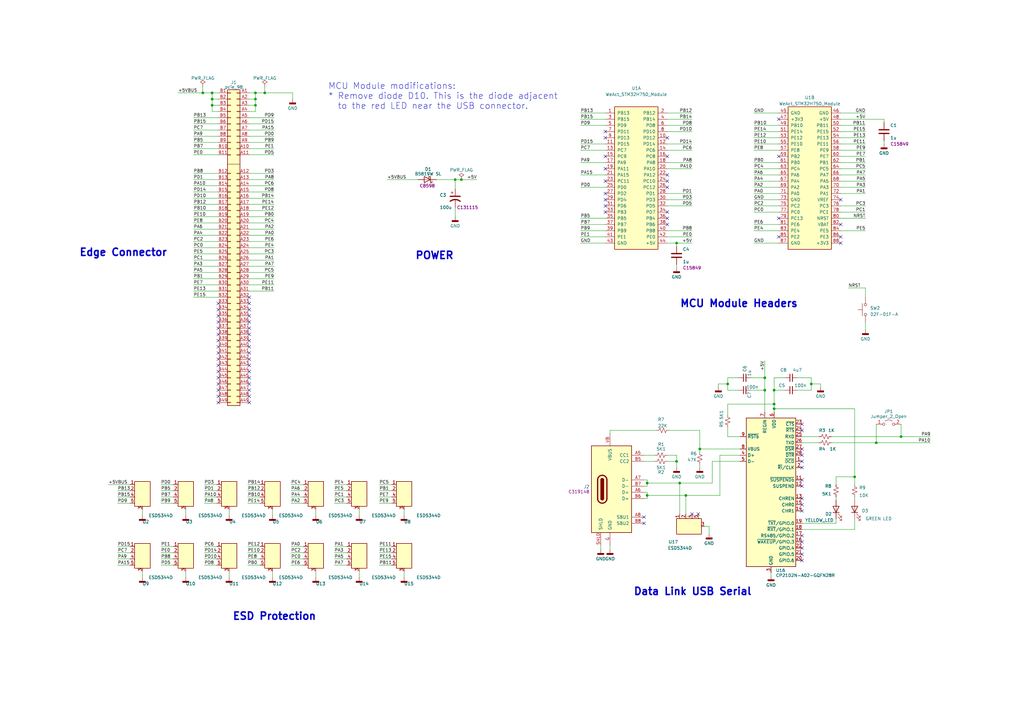
<source format=kicad_sch>
(kicad_sch (version 20230121) (generator eeschema)
  (paper "A3")
  (junction (at 104.775 43.18))
  (junction (at 265.43 203.2))
  (junction (at 298.45 157.48))
  (junction (at 265.43 198.12))
  (junction (at 332.74 157.48))
  (junction (at 108.585 38.1))
  (junction (at 350.52 195.58))
  (junction (at 313.69 154.94))
  (junction (at 317.5 160.02))
  (junction (at 186.69 73.66))
  (junction (at 313.69 160.02))
  (junction (at 278.765 198.12))
  (junction (at 369.57 179.07))
  (junction (at 104.775 38.1))
  (junction (at 287.02 184.15))
  (junction (at 86.995 38.1))
  (junction (at 83.185 38.1))
  (junction (at 277.495 189.23))
  (junction (at 104.775 40.64))
  (junction (at 277.495 99.695))
  (junction (at 359.41 181.61))
  (junction (at 189.23 73.66))
  (junction (at 86.995 43.18))
  (junction (at 317.5 165.735))
  (junction (at 281.305 203.2))
  (junction (at 86.995 40.64))
  (junction (at 317.5 167.64))
  (no_connect (at 89.535 160.02))
  (no_connect (at 89.535 152.4))
  (no_connect (at 328.93 222.25))
  (no_connect (at 273.685 71.755))
  (no_connect (at 283.845 210.82))
  (no_connect (at 344.805 81.915))
  (no_connect (at 102.235 162.56))
  (no_connect (at 89.535 144.78))
  (no_connect (at 102.235 139.7))
  (no_connect (at 89.535 132.08))
  (no_connect (at 248.285 86.995))
  (no_connect (at 102.235 149.86))
  (no_connect (at 344.805 99.695))
  (no_connect (at 328.93 196.85))
  (no_connect (at 89.535 149.86))
  (no_connect (at 328.93 191.77))
  (no_connect (at 344.805 97.155))
  (no_connect (at 248.285 56.515))
  (no_connect (at 248.285 69.215))
  (no_connect (at 89.535 137.16))
  (no_connect (at 273.685 92.075))
  (no_connect (at 248.285 64.135))
  (no_connect (at 319.405 89.535))
  (no_connect (at 328.93 224.79))
  (no_connect (at 328.93 184.15))
  (no_connect (at 102.235 142.24))
  (no_connect (at 89.535 162.56))
  (no_connect (at 89.535 142.24))
  (no_connect (at 89.535 147.32))
  (no_connect (at 102.235 134.62))
  (no_connect (at 89.535 129.54))
  (no_connect (at 89.535 124.46))
  (no_connect (at 102.235 147.32))
  (no_connect (at 319.405 48.895))
  (no_connect (at 273.685 76.835))
  (no_connect (at 102.235 157.48))
  (no_connect (at 248.285 74.295))
  (no_connect (at 102.235 137.16))
  (no_connect (at 286.385 210.82))
  (no_connect (at 328.93 209.55))
  (no_connect (at 328.93 186.69))
  (no_connect (at 89.535 157.48))
  (no_connect (at 102.235 121.92))
  (no_connect (at 102.235 165.1))
  (no_connect (at 248.285 81.915))
  (no_connect (at 102.235 124.46))
  (no_connect (at 264.16 214.63))
  (no_connect (at 328.93 207.01))
  (no_connect (at 328.93 173.99))
  (no_connect (at 102.235 127))
  (no_connect (at 328.93 204.47))
  (no_connect (at 328.93 219.71))
  (no_connect (at 102.235 154.94))
  (no_connect (at 248.285 79.375))
  (no_connect (at 319.405 64.135))
  (no_connect (at 328.93 176.53))
  (no_connect (at 328.93 199.39))
  (no_connect (at 273.685 86.995))
  (no_connect (at 328.93 227.33))
  (no_connect (at 328.93 229.87))
  (no_connect (at 102.235 132.08))
  (no_connect (at 102.235 152.4))
  (no_connect (at 273.685 74.295))
  (no_connect (at 273.685 64.135))
  (no_connect (at 102.235 144.78))
  (no_connect (at 89.535 139.7))
  (no_connect (at 264.16 212.09))
  (no_connect (at 344.805 92.075))
  (no_connect (at 273.685 89.535))
  (no_connect (at 102.235 160.02))
  (no_connect (at 319.405 97.155))
  (no_connect (at 89.535 154.94))
  (no_connect (at 248.285 53.975))
  (no_connect (at 89.535 134.62))
  (no_connect (at 248.285 84.455))
  (no_connect (at 328.93 189.23))
  (no_connect (at 89.535 127))
  (no_connect (at 89.535 165.1))
  (no_connect (at 273.685 56.515))
  (no_connect (at 102.235 129.54))
  (wire (pts (xy 102.235 88.9) (xy 112.395 88.9)))
  (wire (pts (xy 319.405 99.695) (xy 309.245 99.695)))
  (wire (pts (xy 319.405 53.975) (xy 309.245 53.975)))
  (wire (pts (xy 102.235 114.3) (xy 112.395 114.3)))
  (wire (pts (xy 274.32 176.53) (xy 287.02 176.53)))
  (wire (pts (xy 101.6 203.835) (xy 106.68 203.835)))
  (wire (pts (xy 66.04 201.295) (xy 71.12 201.295)))
  (wire (pts (xy 264.16 204.47) (xy 265.43 204.47)))
  (wire (pts (xy 248.285 51.435) (xy 238.125 51.435)))
  (wire (pts (xy 102.235 50.8) (xy 112.395 50.8)))
  (wire (pts (xy 250.19 176.53) (xy 250.19 177.8)))
  (wire (pts (xy 344.805 79.375) (xy 354.965 79.375)))
  (wire (pts (xy 347.98 118.11) (xy 354.965 118.11)))
  (wire (pts (xy 86.995 43.18) (xy 89.535 43.18)))
  (wire (pts (xy 328.93 217.17) (xy 350.52 217.17)))
  (wire (pts (xy 48.26 229.235) (xy 53.34 229.235)))
  (wire (pts (xy 317.5 165.735) (xy 317.5 167.64)))
  (wire (pts (xy 354.965 132.08) (xy 354.965 135.255)))
  (wire (pts (xy 79.375 73.66) (xy 89.535 73.66)))
  (wire (pts (xy 302.895 154.94) (xy 298.45 154.94)))
  (wire (pts (xy 155.575 229.235) (xy 160.655 229.235)))
  (wire (pts (xy 278.765 198.12) (xy 292.1 198.12)))
  (wire (pts (xy 155.575 224.155) (xy 160.655 224.155)))
  (wire (pts (xy 137.16 231.775) (xy 142.24 231.775)))
  (wire (pts (xy 344.805 84.455) (xy 354.965 84.455)))
  (wire (pts (xy 101.6 231.775) (xy 106.68 231.775)))
  (wire (pts (xy 79.375 106.68) (xy 89.535 106.68)))
  (wire (pts (xy 104.775 38.1) (xy 108.585 38.1)))
  (wire (pts (xy 79.375 86.36) (xy 89.535 86.36)))
  (wire (pts (xy 102.235 104.14) (xy 112.395 104.14)))
  (wire (pts (xy 344.805 61.595) (xy 354.965 61.595)))
  (wire (pts (xy 316.23 234.95) (xy 316.23 236.22)))
  (wire (pts (xy 344.805 46.355) (xy 354.965 46.355)))
  (wire (pts (xy 104.775 40.64) (xy 102.235 40.64)))
  (wire (pts (xy 369.57 173.99) (xy 369.57 179.07)))
  (wire (pts (xy 265.43 196.85) (xy 265.43 198.12)))
  (wire (pts (xy 79.375 114.3) (xy 89.535 114.3)))
  (wire (pts (xy 328.93 181.61) (xy 335.915 181.61)))
  (wire (pts (xy 102.235 55.88) (xy 112.395 55.88)))
  (wire (pts (xy 101.6 206.375) (xy 106.68 206.375)))
  (wire (pts (xy 342.9 214.63) (xy 342.9 212.725)))
  (wire (pts (xy 264.16 186.69) (xy 268.605 186.69)))
  (wire (pts (xy 332.74 154.94) (xy 332.74 157.48)))
  (wire (pts (xy 273.685 69.215) (xy 283.845 69.215)))
  (wire (pts (xy 66.04 203.835) (xy 71.12 203.835)))
  (wire (pts (xy 264.16 201.93) (xy 265.43 201.93)))
  (wire (pts (xy 76.2 234.315) (xy 76.2 236.855)))
  (wire (pts (xy 104.775 43.18) (xy 104.775 45.72)))
  (wire (pts (xy 104.775 38.1) (xy 104.775 40.64)))
  (wire (pts (xy 111.76 208.915) (xy 111.76 211.455)))
  (wire (pts (xy 83.82 231.775) (xy 88.9 231.775)))
  (wire (pts (xy 76.2 208.915) (xy 76.2 211.455)))
  (wire (pts (xy 342.9 195.58) (xy 342.9 198.755)))
  (wire (pts (xy 273.685 66.675) (xy 283.845 66.675)))
  (wire (pts (xy 248.285 99.695) (xy 238.125 99.695)))
  (wire (pts (xy 319.405 74.295) (xy 309.245 74.295)))
  (wire (pts (xy 369.57 179.07) (xy 381.635 179.07)))
  (wire (pts (xy 344.805 76.835) (xy 354.965 76.835)))
  (wire (pts (xy 278.765 198.12) (xy 278.765 210.82)))
  (wire (pts (xy 303.53 186.69) (xy 295.275 186.69)))
  (wire (pts (xy 102.235 111.76) (xy 112.395 111.76)))
  (wire (pts (xy 119.38 229.235) (xy 124.46 229.235)))
  (wire (pts (xy 137.16 229.235) (xy 142.24 229.235)))
  (wire (pts (xy 83.82 203.835) (xy 88.9 203.835)))
  (wire (pts (xy 265.43 201.93) (xy 265.43 203.2)))
  (wire (pts (xy 79.375 63.5) (xy 89.535 63.5)))
  (wire (pts (xy 137.16 206.375) (xy 142.24 206.375)))
  (wire (pts (xy 313.69 147.955) (xy 313.69 154.94)))
  (wire (pts (xy 248.285 97.155) (xy 238.125 97.155)))
  (wire (pts (xy 344.805 64.135) (xy 354.965 64.135)))
  (wire (pts (xy 93.98 234.315) (xy 93.98 236.855)))
  (wire (pts (xy 319.405 66.675) (xy 309.245 66.675)))
  (wire (pts (xy 277.495 108.585) (xy 277.495 109.855)))
  (wire (pts (xy 342.9 203.835) (xy 342.9 205.105)))
  (wire (pts (xy 250.19 223.52) (xy 250.19 225.425)))
  (wire (pts (xy 102.235 76.2) (xy 112.395 76.2)))
  (wire (pts (xy 344.805 51.435) (xy 354.965 51.435)))
  (wire (pts (xy 86.995 43.18) (xy 86.995 40.64)))
  (wire (pts (xy 129.54 208.915) (xy 129.54 211.455)))
  (wire (pts (xy 83.82 226.695) (xy 88.9 226.695)))
  (wire (pts (xy 179.07 73.66) (xy 186.69 73.66)))
  (wire (pts (xy 158.75 73.66) (xy 171.45 73.66)))
  (wire (pts (xy 248.285 46.355) (xy 238.125 46.355)))
  (wire (pts (xy 319.405 46.355) (xy 309.245 46.355)))
  (wire (pts (xy 119.38 226.695) (xy 124.46 226.695)))
  (wire (pts (xy 79.375 88.9) (xy 89.535 88.9)))
  (wire (pts (xy 359.41 181.61) (xy 381.635 181.61)))
  (wire (pts (xy 137.16 226.695) (xy 142.24 226.695)))
  (wire (pts (xy 79.375 81.28) (xy 89.535 81.28)))
  (wire (pts (xy 108.585 38.1) (xy 120.015 38.1)))
  (wire (pts (xy 119.38 203.835) (xy 124.46 203.835)))
  (wire (pts (xy 48.26 231.775) (xy 53.34 231.775)))
  (wire (pts (xy 73.025 38.1) (xy 83.185 38.1)))
  (wire (pts (xy 292.1 189.23) (xy 303.53 189.23)))
  (wire (pts (xy 189.23 73.66) (xy 195.58 73.66)))
  (wire (pts (xy 264.16 196.85) (xy 265.43 196.85)))
  (wire (pts (xy 119.38 206.375) (xy 124.46 206.375)))
  (wire (pts (xy 273.685 81.915) (xy 283.845 81.915)))
  (wire (pts (xy 102.235 93.98) (xy 112.395 93.98)))
  (wire (pts (xy 102.235 116.84) (xy 112.395 116.84)))
  (wire (pts (xy 288.925 215.9) (xy 290.83 215.9)))
  (wire (pts (xy 265.43 199.39) (xy 264.16 199.39)))
  (wire (pts (xy 344.805 74.295) (xy 354.965 74.295)))
  (wire (pts (xy 298.45 154.94) (xy 298.45 157.48)))
  (wire (pts (xy 186.69 73.66) (xy 186.69 77.47)))
  (wire (pts (xy 66.04 226.695) (xy 71.12 226.695)))
  (wire (pts (xy 102.235 78.74) (xy 112.395 78.74)))
  (wire (pts (xy 83.82 198.755) (xy 88.9 198.755)))
  (wire (pts (xy 119.38 198.755) (xy 124.46 198.755)))
  (wire (pts (xy 137.16 224.155) (xy 142.24 224.155)))
  (wire (pts (xy 186.69 73.66) (xy 189.23 73.66)))
  (wire (pts (xy 101.6 198.755) (xy 106.68 198.755)))
  (wire (pts (xy 79.375 58.42) (xy 89.535 58.42)))
  (wire (pts (xy 66.04 198.755) (xy 71.12 198.755)))
  (wire (pts (xy 265.43 203.2) (xy 281.305 203.2)))
  (wire (pts (xy 319.405 69.215) (xy 309.245 69.215)))
  (wire (pts (xy 104.775 40.64) (xy 104.775 43.18)))
  (wire (pts (xy 83.82 224.155) (xy 88.9 224.155)))
  (wire (pts (xy 248.285 48.895) (xy 238.125 48.895)))
  (wire (pts (xy 332.74 157.48) (xy 332.74 160.02)))
  (wire (pts (xy 79.375 121.92) (xy 89.535 121.92)))
  (wire (pts (xy 319.405 81.915) (xy 309.245 81.915)))
  (wire (pts (xy 165.735 234.315) (xy 165.735 236.855)))
  (wire (pts (xy 246.38 223.52) (xy 246.38 225.425)))
  (wire (pts (xy 102.235 63.5) (xy 112.395 63.5)))
  (wire (pts (xy 319.405 79.375) (xy 309.245 79.375)))
  (wire (pts (xy 344.805 86.995) (xy 354.965 86.995)))
  (wire (pts (xy 137.16 201.295) (xy 142.24 201.295)))
  (wire (pts (xy 83.82 229.235) (xy 88.9 229.235)))
  (wire (pts (xy 287.02 184.15) (xy 303.53 184.15)))
  (wire (pts (xy 350.52 217.17) (xy 350.52 212.725)))
  (wire (pts (xy 119.38 231.775) (xy 124.46 231.775)))
  (wire (pts (xy 137.16 203.835) (xy 142.24 203.835)))
  (wire (pts (xy 273.685 94.615) (xy 283.845 94.615)))
  (wire (pts (xy 248.285 66.675) (xy 238.125 66.675)))
  (wire (pts (xy 102.235 60.96) (xy 112.395 60.96)))
  (wire (pts (xy 48.26 201.295) (xy 53.34 201.295)))
  (wire (pts (xy 328.93 214.63) (xy 342.9 214.63)))
  (wire (pts (xy 336.55 158.75) (xy 336.55 157.48)))
  (wire (pts (xy 79.375 93.98) (xy 89.535 93.98)))
  (wire (pts (xy 102.235 53.34) (xy 112.395 53.34)))
  (wire (pts (xy 102.235 81.28) (xy 112.395 81.28)))
  (wire (pts (xy 102.235 91.44) (xy 112.395 91.44)))
  (wire (pts (xy 350.52 203.835) (xy 350.52 205.105)))
  (wire (pts (xy 290.83 215.9) (xy 290.83 219.075)))
  (wire (pts (xy 66.04 224.155) (xy 71.12 224.155)))
  (wire (pts (xy 102.235 119.38) (xy 112.395 119.38)))
  (wire (pts (xy 287.02 184.15) (xy 287.02 185.42)))
  (wire (pts (xy 265.43 203.2) (xy 265.43 204.47)))
  (wire (pts (xy 79.375 109.22) (xy 89.535 109.22)))
  (wire (pts (xy 48.26 226.695) (xy 53.34 226.695)))
  (wire (pts (xy 298.45 165.735) (xy 317.5 165.735)))
  (wire (pts (xy 292.1 198.12) (xy 292.1 189.23)))
  (wire (pts (xy 147.32 234.315) (xy 147.32 236.855)))
  (wire (pts (xy 328.93 179.07) (xy 335.915 179.07)))
  (wire (pts (xy 313.69 168.91) (xy 313.69 160.02)))
  (wire (pts (xy 58.42 208.915) (xy 58.42 211.455)))
  (wire (pts (xy 155.575 201.295) (xy 160.655 201.295)))
  (wire (pts (xy 344.805 69.215) (xy 354.965 69.215)))
  (wire (pts (xy 44.45 198.755) (xy 53.34 198.755)))
  (wire (pts (xy 79.375 53.34) (xy 89.535 53.34)))
  (wire (pts (xy 102.235 38.1) (xy 104.775 38.1)))
  (wire (pts (xy 350.52 167.64) (xy 350.52 195.58)))
  (wire (pts (xy 281.305 203.2) (xy 281.305 210.82)))
  (wire (pts (xy 317.5 160.02) (xy 321.945 160.02)))
  (wire (pts (xy 298.45 160.02) (xy 302.895 160.02)))
  (wire (pts (xy 340.995 181.61) (xy 359.41 181.61)))
  (wire (pts (xy 104.775 43.18) (xy 102.235 43.18)))
  (wire (pts (xy 287.02 190.5) (xy 287.02 191.77)))
  (wire (pts (xy 319.405 84.455) (xy 309.245 84.455)))
  (wire (pts (xy 336.55 157.48) (xy 332.74 157.48)))
  (wire (pts (xy 186.69 85.09) (xy 186.69 88.9)))
  (wire (pts (xy 58.42 234.315) (xy 58.42 236.855)))
  (wire (pts (xy 273.685 186.69) (xy 277.495 186.69)))
  (wire (pts (xy 108.585 35.56) (xy 108.585 38.1)))
  (wire (pts (xy 129.54 234.315) (xy 129.54 236.855)))
  (wire (pts (xy 273.685 79.375) (xy 283.845 79.375)))
  (wire (pts (xy 277.495 189.23) (xy 277.495 191.77)))
  (wire (pts (xy 287.02 176.53) (xy 287.02 184.15)))
  (wire (pts (xy 319.405 56.515) (xy 309.245 56.515)))
  (wire (pts (xy 101.6 201.295) (xy 106.68 201.295)))
  (wire (pts (xy 273.685 53.975) (xy 283.845 53.975)))
  (wire (pts (xy 273.685 84.455) (xy 283.845 84.455)))
  (wire (pts (xy 104.775 45.72) (xy 102.235 45.72)))
  (wire (pts (xy 101.6 224.155) (xy 106.68 224.155)))
  (wire (pts (xy 102.235 106.68) (xy 112.395 106.68)))
  (wire (pts (xy 269.24 176.53) (xy 250.19 176.53)))
  (wire (pts (xy 340.995 179.07) (xy 369.57 179.07)))
  (wire (pts (xy 277.495 99.695) (xy 277.495 100.965)))
  (wire (pts (xy 102.235 71.12) (xy 112.395 71.12)))
  (wire (pts (xy 48.26 206.375) (xy 53.34 206.375)))
  (wire (pts (xy 83.82 206.375) (xy 88.9 206.375)))
  (wire (pts (xy 102.235 48.26) (xy 112.395 48.26)))
  (wire (pts (xy 79.375 96.52) (xy 89.535 96.52)))
  (wire (pts (xy 281.305 203.2) (xy 295.275 203.2)))
  (wire (pts (xy 273.685 59.055) (xy 283.845 59.055)))
  (wire (pts (xy 317.5 167.64) (xy 350.52 167.64)))
  (wire (pts (xy 102.235 109.22) (xy 112.395 109.22)))
  (wire (pts (xy 362.585 48.895) (xy 362.585 50.165)))
  (wire (pts (xy 119.38 224.155) (xy 124.46 224.155)))
  (wire (pts (xy 66.04 229.235) (xy 71.12 229.235)))
  (wire (pts (xy 101.6 229.235) (xy 106.68 229.235)))
  (wire (pts (xy 327.025 160.02) (xy 332.74 160.02)))
  (wire (pts (xy 102.235 86.36) (xy 112.395 86.36)))
  (wire (pts (xy 102.235 99.06) (xy 112.395 99.06)))
  (wire (pts (xy 93.98 208.915) (xy 93.98 211.455)))
  (wire (pts (xy 248.285 61.595) (xy 238.125 61.595)))
  (wire (pts (xy 273.685 51.435) (xy 283.845 51.435)))
  (wire (pts (xy 344.805 66.675) (xy 354.965 66.675)))
  (wire (pts (xy 83.82 201.295) (xy 88.9 201.295)))
  (wire (pts (xy 319.405 59.055) (xy 309.245 59.055)))
  (wire (pts (xy 83.185 35.56) (xy 83.185 38.1)))
  (wire (pts (xy 66.04 206.375) (xy 71.12 206.375)))
  (wire (pts (xy 79.375 91.44) (xy 89.535 91.44)))
  (wire (pts (xy 79.375 119.38) (xy 89.535 119.38)))
  (wire (pts (xy 344.805 94.615) (xy 354.965 94.615)))
  (wire (pts (xy 313.69 160.02) (xy 313.69 154.94)))
  (wire (pts (xy 79.375 76.2) (xy 89.535 76.2)))
  (wire (pts (xy 248.285 76.835) (xy 238.125 76.835)))
  (wire (pts (xy 101.6 226.695) (xy 106.68 226.695)))
  (wire (pts (xy 319.405 92.075) (xy 309.245 92.075)))
  (wire (pts (xy 79.375 111.76) (xy 89.535 111.76)))
  (wire (pts (xy 344.805 89.535) (xy 354.965 89.535)))
  (wire (pts (xy 277.495 186.69) (xy 277.495 189.23)))
  (wire (pts (xy 248.285 94.615) (xy 238.125 94.615)))
  (wire (pts (xy 79.375 101.6) (xy 89.535 101.6)))
  (wire (pts (xy 307.975 160.02) (xy 313.69 160.02)))
  (wire (pts (xy 319.405 86.995) (xy 309.245 86.995)))
  (wire (pts (xy 344.805 56.515) (xy 354.965 56.515)))
  (wire (pts (xy 248.285 71.755) (xy 238.125 71.755)))
  (wire (pts (xy 48.26 224.155) (xy 53.34 224.155)))
  (wire (pts (xy 317.5 167.64) (xy 317.5 168.91)))
  (wire (pts (xy 79.375 71.12) (xy 89.535 71.12)))
  (wire (pts (xy 248.285 89.535) (xy 238.125 89.535)))
  (wire (pts (xy 79.375 83.82) (xy 89.535 83.82)))
  (wire (pts (xy 79.375 99.06) (xy 89.535 99.06)))
  (wire (pts (xy 86.995 38.1) (xy 89.535 38.1)))
  (wire (pts (xy 102.235 83.82) (xy 112.395 83.82)))
  (wire (pts (xy 265.43 198.12) (xy 278.765 198.12)))
  (wire (pts (xy 79.375 78.74) (xy 89.535 78.74)))
  (wire (pts (xy 83.185 38.1) (xy 86.995 38.1)))
  (wire (pts (xy 155.575 206.375) (xy 160.655 206.375)))
  (wire (pts (xy 102.235 73.66) (xy 112.395 73.66)))
  (wire (pts (xy 342.9 195.58) (xy 350.52 195.58)))
  (wire (pts (xy 350.52 195.58) (xy 350.52 198.755)))
  (wire (pts (xy 102.235 101.6) (xy 112.395 101.6)))
  (wire (pts (xy 102.235 58.42) (xy 112.395 58.42)))
  (wire (pts (xy 273.685 99.695) (xy 277.495 99.695)))
  (wire (pts (xy 265.43 198.12) (xy 265.43 199.39)))
  (wire (pts (xy 298.45 165.735) (xy 298.45 170.18)))
  (wire (pts (xy 319.405 76.835) (xy 309.245 76.835)))
  (wire (pts (xy 317.5 160.02) (xy 317.5 165.735)))
  (wire (pts (xy 273.685 48.895) (xy 283.845 48.895)))
  (wire (pts (xy 111.76 234.315) (xy 111.76 236.855)))
  (wire (pts (xy 155.575 198.755) (xy 160.655 198.755)))
  (wire (pts (xy 273.685 97.155) (xy 283.845 97.155)))
  (wire (pts (xy 354.965 118.11) (xy 354.965 121.92)))
  (wire (pts (xy 273.685 61.595) (xy 283.845 61.595)))
  (wire (pts (xy 317.5 154.94) (xy 317.5 160.02)))
  (wire (pts (xy 120.015 38.1) (xy 120.015 40.64)))
  (wire (pts (xy 307.975 154.94) (xy 313.69 154.94)))
  (wire (pts (xy 344.805 53.975) (xy 354.965 53.975)))
  (wire (pts (xy 359.41 173.99) (xy 359.41 181.61)))
  (wire (pts (xy 298.45 179.07) (xy 303.53 179.07)))
  (wire (pts (xy 155.575 203.835) (xy 160.655 203.835)))
  (wire (pts (xy 327.025 154.94) (xy 332.74 154.94)))
  (wire (pts (xy 319.405 51.435) (xy 309.245 51.435)))
  (wire (pts (xy 294.64 157.48) (xy 298.45 157.48)))
  (wire (pts (xy 344.805 71.755) (xy 354.965 71.755)))
  (wire (pts (xy 155.575 231.775) (xy 160.655 231.775)))
  (wire (pts (xy 344.805 48.895) (xy 362.585 48.895)))
  (wire (pts (xy 79.375 116.84) (xy 89.535 116.84)))
  (wire (pts (xy 89.535 45.72) (xy 86.995 45.72)))
  (wire (pts (xy 79.375 50.8) (xy 89.535 50.8)))
  (wire (pts (xy 277.495 99.695) (xy 283.845 99.695)))
  (wire (pts (xy 86.995 40.64) (xy 89.535 40.64)))
  (wire (pts (xy 298.45 175.26) (xy 298.45 179.07)))
  (wire (pts (xy 48.26 203.835) (xy 53.34 203.835)))
  (wire (pts (xy 264.16 189.23) (xy 268.605 189.23)))
  (wire (pts (xy 273.685 189.23) (xy 277.495 189.23)))
  (wire (pts (xy 295.275 186.69) (xy 295.275 203.2)))
  (wire (pts (xy 66.04 231.775) (xy 71.12 231.775)))
  (wire (pts (xy 294.64 158.75) (xy 294.64 157.48)))
  (wire (pts (xy 319.405 94.615) (xy 309.245 94.615)))
  (wire (pts (xy 319.405 61.595) (xy 309.245 61.595)))
  (wire (pts (xy 248.285 59.055) (xy 238.125 59.055)))
  (wire (pts (xy 344.805 59.055) (xy 354.965 59.055)))
  (wire (pts (xy 317.5 154.94) (xy 321.945 154.94)))
  (wire (pts (xy 298.45 157.48) (xy 298.45 160.02)))
  (wire (pts (xy 137.16 198.755) (xy 142.24 198.755)))
  (wire (pts (xy 79.375 60.96) (xy 89.535 60.96)))
  (wire (pts (xy 273.685 46.355) (xy 283.845 46.355)))
  (wire (pts (xy 79.375 104.14) (xy 89.535 104.14)))
  (wire (pts (xy 86.995 40.64) (xy 86.995 38.1)))
  (wire (pts (xy 319.405 71.755) (xy 309.245 71.755)))
  (wire (pts (xy 102.235 96.52) (xy 112.395 96.52)))
  (wire (pts (xy 165.735 208.915) (xy 165.735 211.455)))
  (wire (pts (xy 155.575 226.695) (xy 160.655 226.695)))
  (wire (pts (xy 248.285 92.075) (xy 238.125 92.075)))
  (wire (pts (xy 147.32 208.915) (xy 147.32 211.455)))
  (wire (pts (xy 79.375 48.26) (xy 89.535 48.26)))
  (wire (pts (xy 119.38 201.295) (xy 124.46 201.295)))
  (wire (pts (xy 79.375 55.88) (xy 89.535 55.88)))
  (wire (pts (xy 86.995 45.72) (xy 86.995 43.18)))
  (wire (pts (xy 362.585 57.785) (xy 362.585 59.055)))
  (text "ESD Protection" (at 95.25 254.635 0) (effects (font (size 3 3) (thickness 0.6) bold) (justify left bottom)))
  (text "MCU Module Headers" (at 278.765 126.365 0) (effects (font (size 3 3) (thickness 0.6) bold) (justify left bottom)))
  (text "Data Link USB Serial" (at 259.715 244.475 0) (effects (font (size 3 3) (thickness 0.6) bold) (justify left bottom)))
  (text "Edge Connector" (at 32.385 105.41 0) (effects (font (size 3 3) (thickness 0.6) bold) (justify left bottom)))
  (text "POWER" (at 170.18 106.68 0) (effects (font (size 3 3) (thickness 0.6) bold) (justify left bottom)))
  (text "MCU Module modifications:\n* Remove diode D10. This is the diode adjacent\n  to the red LED near the USB connector." (at 134.62 45.085 0) (effects (font (size 2.54 2.54)) (justify left bottom)))
  (label "PB11" (at 112.395 119.38 180))
  (label "PC0" (at 309.245 86.995 0))
  (label "PE1" (at 238.125 97.155 0))
  (label "PE14" (at 309.245 53.975 0))
  (label "+5V" (at 354.965 48.895 180))
  (label "PA9" (at 48.26 229.235 0))
  (label "PD0" (at 238.125 76.835 0))
  (label "PD8" (at 112.395 78.74 180))
  (label "PA1" (at 137.16 224.155 0))
  (label "PA0" (at 119.38 224.155 0))
  (label "PD5" (at 66.04 231.775 0))
  (label "PA2" (at 112.395 93.98 180))
  (label "PB1" (at 79.375 114.3 0))
  (label "PA2" (at 309.245 76.835 0))
  (label "PC6" (at 283.845 61.595 180))
  (label "PC2" (at 119.38 226.695 0))
  (label "PD8" (at 83.82 231.775 0))
  (label "GND" (at 309.245 46.355 0))
  (label "PA15" (at 48.26 231.775 0))
  (label "PE11" (at 112.395 116.84 180))
  (label "PE10" (at 79.375 88.9 0))
  (label "PD10" (at 83.82 229.235 0))
  (label "PE10" (at 309.245 59.055 0))
  (label "PD14" (at 79.375 78.74 0))
  (label "PE15" (at 155.575 229.235 0))
  (label "GND" (at 238.125 99.695 0))
  (label "PA0" (at 112.395 96.52 180))
  (label "PB14" (at 283.845 48.895 180))
  (label "PD1" (at 83.82 201.295 0))
  (label "PA4" (at 119.38 203.835 0))
  (label "PC7" (at 79.375 53.34 0))
  (label "PC0" (at 79.375 101.6 0))
  (label "PD9" (at 112.395 48.26 180))
  (label "+5V" (at 195.58 73.66 180))
  (label "PB5" (at 79.375 58.42 0))
  (label "PA4" (at 309.245 74.295 0))
  (label "PE7" (at 354.965 64.135 180))
  (label "PB0" (at 101.6 231.775 0))
  (label "PB12" (at 79.375 83.82 0))
  (label "PC4" (at 112.395 91.44 180))
  (label "GND" (at 354.965 46.355 180))
  (label "PB9" (at 66.04 206.375 0))
  (label "PD3" (at 112.395 71.12 180))
  (label "PA15" (at 112.395 53.34 180))
  (label "PB5" (at 66.04 201.295 0))
  (label "PA5" (at 354.965 74.295 180))
  (label "PC4" (at 309.245 69.215 0))
  (label "PD14" (at 283.845 59.055 180))
  (label "PB13" (at 79.375 48.26 0))
  (label "PB10" (at 101.6 203.835 0))
  (label "PC7" (at 238.125 61.595 0))
  (label "PC1" (at 79.375 106.68 0))
  (label "PE1" (at 66.04 224.155 0))
  (label "PE14" (at 112.395 83.82 180))
  (label "PC0" (at 119.38 229.235 0))
  (label "PB10" (at 79.375 86.36 0))
  (label "PD15" (at 48.26 224.155 0))
  (label "PC2" (at 79.375 99.06 0))
  (label "PB0" (at 112.395 88.9 180))
  (label "PC6" (at 83.82 224.155 0))
  (label "PD15" (at 112.395 50.8 180))
  (label "NRST" (at 354.965 89.535 180))
  (label "+5V" (at 283.845 99.695 180))
  (label "PE0" (at 283.845 97.155 180))
  (label "PB7" (at 238.125 92.075 0))
  (label "PB8" (at 66.04 229.235 0))
  (label "PD3" (at 283.845 81.915 180))
  (label "PA0" (at 309.245 79.375 0))
  (label "PE12" (at 309.245 56.515 0))
  (label "PA1" (at 112.395 106.68 180))
  (label "PA6" (at 309.245 71.755 0))
  (label "PE8" (at 101.6 229.235 0))
  (label "PD0" (at 112.395 55.88 180))
  (label "PE1" (at 112.395 60.96 180))
  (label "PC1" (at 137.16 203.835 0))
  (label "PA15" (at 238.125 71.755 0))
  (label "PE5" (at 79.375 104.14 0))
  (label "PD15" (at 238.125 59.055 0))
  (label "GND" (at 309.245 99.695 0))
  (label "PA3" (at 79.375 109.22 0))
  (label "PB15" (at 79.375 50.8 0))
  (label "PC5" (at 155.575 198.755 0))
  (label "PD14" (at 83.82 226.695 0))
  (label "PA5" (at 137.16 229.235 0))
  (label "PA8" (at 83.82 206.375 0))
  (label "PE8" (at 79.375 91.44 0))
  (label "+5VBUS" (at 158.75 73.66 0))
  (label "PB15" (at 238.125 48.895 0))
  (label "PE4" (at 309.245 94.615 0))
  (label "PC4" (at 119.38 198.755 0))
  (label "NRST" (at 347.98 118.11 0))
  (label "PB8" (at 79.375 71.12 0))
  (label "PE7" (at 155.575 203.835 0))
  (label "PA1" (at 354.965 79.375 180))
  (label "PE5" (at 137.16 201.295 0))
  (label "PB10" (at 309.245 51.435 0))
  (label "PE4" (at 137.16 198.755 0))
  (label "PB13" (at 48.26 201.295 0))
  (label "PE12" (at 101.6 224.155 0))
  (label "PE13" (at 354.965 56.515 180))
  (label "PD9" (at 48.26 206.375 0))
  (label "PA3" (at 137.16 226.695 0))
  (label "PA10" (at 79.375 76.2 0))
  (label "PD0" (at 66.04 198.755 0))
  (label "PA5" (at 79.375 111.76 0))
  (label "PE0" (at 79.375 63.5 0))
  (label "PB11" (at 354.965 51.435 180))
  (label "PE4" (at 112.395 101.6 180))
  (label "PE8" (at 309.245 61.595 0))
  (label "PE0" (at 66.04 226.695 0))
  (label "PA3" (at 354.965 76.835 180))
  (label "PE14" (at 101.6 206.375 0))
  (label "GND" (at 309.245 81.915 0))
  (label "PA10" (at 283.845 69.215 180))
  (label "PC2" (at 309.245 84.455 0))
  (label "PB15" (at 48.26 203.835 0))
  (label "PD5" (at 283.845 84.455 180))
  (label "PE5" (at 354.965 94.615 180))
  (label "PB14" (at 112.395 81.28 180))
  (label "PE6" (at 309.245 92.075 0))
  (label "PD5" (at 112.395 63.5 180))
  (label "PB1" (at 155.575 201.295 0))
  (label "PE13" (at 79.375 119.38 0))
  (label "PB12" (at 283.845 46.355 180))
  (label "PA8" (at 283.845 66.675 180))
  (label "PA10" (at 83.82 203.835 0))
  (label "PE6" (at 119.38 231.775 0))
  (label "PA4" (at 79.375 96.52 0))
  (label "PC3" (at 112.395 104.14 180))
  (label "PA9" (at 79.375 55.88 0))
  (label "PE7" (at 79.375 116.84 0))
  (label "PA7" (at 112.395 109.22 180))
  (label "PE11" (at 354.965 59.055 180))
  (label "PE9" (at 155.575 206.375 0))
  (label "PE15" (at 79.375 121.92 0))
  (label "+5V" (at 313.69 147.955 270))
  (label "PC6" (at 112.395 76.2 180))
  (label "PB7" (at 79.375 60.96 0))
  (label "PD1" (at 283.845 79.375 180))
  (label "PD10" (at 283.845 53.975 180))
  (label "PC5" (at 112.395 111.76 180))
  (label "PD3" (at 83.82 198.755 0))
  (label "PB5" (at 238.125 89.535 0))
  (label "PD8" (at 283.845 51.435 180))
  (label "PC5" (at 354.965 69.215 180))
  (label "PD10" (at 79.375 81.28 0))
  (label "PA9" (at 381.635 179.07 180))
  (label "PE9" (at 112.395 114.3 180))
  (label "PB14" (at 101.6 198.755 0))
  (label "PA2" (at 119.38 206.375 0))
  (label "PC3" (at 354.965 84.455 180))
  (label "PA10" (at 381.635 181.61 180))
  (label "+5VBUS" (at 73.025 38.1 0))
  (label "PB8" (at 283.845 94.615 180))
  (label "PE11" (at 155.575 224.155 0))
  (label "PE12" (at 112.395 86.36 180))
  (label "PD1" (at 79.375 73.66 0))
  (label "PE15" (at 354.965 53.975 180))
  (label "PB1" (at 354.965 66.675 180))
  (label "PB11" (at 155.575 231.775 0))
  (label "PB9" (at 238.125 94.615 0))
  (label "+5VBUS" (at 44.45 198.755 0))
  (label "PB7" (at 66.04 203.835 0))
  (label "PA9" (at 238.125 66.675 0))
  (label "PC3" (at 137.16 206.375 0))
  (label "PA6" (at 119.38 201.295 0))
  (label "PE6" (at 112.395 99.06 180))
  (label "PA8" (at 112.395 73.66 180))
  (label "PD9" (at 238.125 51.435 0))
  (label "PB12" (at 101.6 201.295 0))
  (label "PE13" (at 155.575 226.695 0))
  (label "PB13" (at 238.125 46.355 0))
  (label "PC1" (at 354.965 86.995 180))
  (label "PA7" (at 354.965 71.755 180))
  (label "PA7" (at 137.16 231.775 0))
  (label "PE9" (at 354.965 61.595 180))
  (label "PB0" (at 309.245 66.675 0))
  (label "PA6" (at 79.375 93.98 0))
  (label "PB9" (at 112.395 58.42 180))
  (label "PC7" (at 48.26 226.695 0))
  (label "PE10" (at 101.6 226.695 0))
  (symbol (lib_id "Device:LED") (at 342.9 208.915 90) (unit 1)
    (property "Reference" "D2" (at 338.455 210.82 90) (effects (justify right)))
    (property "Value" "YELLOW_LED" (at 330.2 213.36 90) (effects (justify right)))
    (property "Footprint" "LED_SMD:LED_0603_1608Metric" (effects hide))
    (property "LCSC" "C72038" (effects hide))
  )
  (symbol (lib_id "common:GND") (at 129.54 211.455 0) (unit 1)
    (property "Reference" "#PWR010" (effects hide))
    (property "Value" "GND" (effects hide))
  )
  (symbol (lib_id "Device:R_Small_US") (at 350.52 201.295 180) (unit 1)
    (property "Reference" "R9" (at 353.695 200.025 0))
    (property "Value" "10K" (at 354.33 203.2 0))
    (property "Footprint" "Resistor_SMD:R_0603_1608Metric" (effects hide))
    (property "LCSC" "C25744" (effects hide))
  )
  (symbol (lib_id "common:GND") (at 287.02 191.77 0) (unit 1)
    (property "Reference" "#PWR028" (effects hide))
    (property "Value" "GND" (at 287.02 195.5245 0))
  )
  (symbol (lib_id "common:GND") (at 93.98 236.855 0) (unit 1)
    (property "Reference" "#PWR015" (effects hide))
    (property "Value" "GND" (effects hide))
  )
  (symbol (lib_id "common:GND") (at 165.735 211.455 0) (unit 1)
    (property "Reference" "#PWR012" (effects hide))
    (property "Value" "GND" (effects hide))
  )
  (symbol (lib_id "common:ESD5344D") (at 165.735 203.835 0) (unit 1)
    (property "Reference" "U8" (at 165.735 213.995 0) (effects (justify left)))
    (property "Value" "ESD5344D" (at 170.815 211.455 0) (effects (justify left)))
    (property "Footprint" "common:Diodes_UDFN-10_1.0x2.5mm_P0.5mm" (effects hide))
    (property "Datasheet" "https://datasheet.lcsc.com/lcsc/2202132030_TECH-PUBLIC-ESD5344D-TP_C2841840.pdf" (effects hide))
    (property "LCSC" "C2841840" (effects hide))
  )
  (symbol (lib_id "common:GND") (at 111.76 211.455 0) (unit 1)
    (property "Reference" "#PWR09" (effects hide))
    (property "Value" "GND" (effects hide))
  )
  (symbol (lib_id "Device:R_Small_US") (at 342.9 201.295 180) (unit 1)
    (property "Reference" "R8" (at 339.725 199.39 0))
    (property "Value" "5K1" (at 339.09 202.565 0))
    (property "Footprint" "Resistor_SMD:R_0603_1608Metric" (effects hide))
    (property "LCSC" "C23186" (effects hide))
  )
  (symbol (lib_id "Device:C") (at 277.495 104.775 0) (unit 1)
    (property "Reference" "C4" (at 280.035 102.235 0) (effects (justify left)))
    (property "Value" "1u" (at 280.035 107.315 0) (effects (justify left)))
    (property "Footprint" "Capacitor_SMD:C_0603_1608Metric" (effects hide))
    (property "Datasheet" "https://datasheet.lcsc.com/lcsc/1811082114_YAGEO-CC0603ZRY5V7BB105_C106219.pdf" (effects hide))
    (property "LCSC" "C15849" (at 283.845 109.855 0))
  )
  (symbol (lib_id "common:PCIE_98_EDGE") (at 94.615 76.2 0) (unit 1)
    (property "Reference" "J1" (at 95.885 33.8201 0))
    (property "Value" "pcie_98" (at 95.885 35.7411 0))
    (property "Footprint" "common:PCIE_98_CARD" (effects hide))
    (property "LCSC" "DNP" (effects hide))
  )
  (symbol (lib_id "common:GND") (at 111.76 236.855 0) (unit 1)
    (property "Reference" "#PWR016" (effects hide))
    (property "Value" "GND" (effects hide))
  )
  (symbol (lib_id "common:GND") (at 147.32 236.855 0) (unit 1)
    (property "Reference" "#PWR018" (effects hide))
    (property "Value" "GND" (effects hide))
  )
  (symbol (lib_id "controller:WeAct_STM32H750_Module") (at 332.105 71.755 0) (unit 2)
    (property "Reference" "U1" (at 332.105 40.005 0))
    (property "Value" "WeAct_STM32H750_Module" (at 332.105 42.545 0))
    (property "Footprint" "controller:weact_stm32fh750" (effects hide))
    (property "Datasheet" "https://github.com/WeActStudio/MiniSTM32H7xx" (effects hide))
    (property "LCSC" "DNP" (effects hide))
  )
  (symbol (lib_id "power:PWR_FLAG") (at 83.185 35.56 0) (unit 1)
    (property "Reference" "#FLG01" (effects hide))
    (property "Value" "PWR_FLAG" (at 83.185 32.0581 0))
  )
  (symbol (lib_id "Device:C_Small") (at 324.485 160.02 90) (unit 1)
    (property "Reference" "C5" (at 320.675 158.115 90))
    (property "Value" "100n" (at 328.295 158.115 90))
    (property "Footprint" "Capacitor_SMD:C_0603_1608Metric" (effects hide))
    (property "LCSC" "C14663" (effects hide))
  )
  (symbol (lib_id "Jumper:Jumper_2_Open") (at 364.49 173.99 0) (unit 1)
    (property "Reference" "JP1" (at 364.49 168.759 0))
    (property "Value" "Jumper_2_Open" (at 364.49 170.807 0))
    (property "Footprint" "Connector_PinHeader_2.54mm:PinHeader_1x02_P2.54mm_Vertical" (effects hide))
    (property "LCSC" "DNP" (effects hide))
  )
  (symbol (lib_id "common:GND") (at 336.55 158.75 0) (unit 1)
    (property "Reference" "#PWR023" (effects hide))
    (property "Value" "GND" (at 336.55 162.5045 0))
  )
  (symbol (lib_id "controller:USB_C_Receptacle_USB2.0") (at 248.92 200.66 0) (unit 1)
    (property "Reference" "J2" (at 241.808 199.636 0) (effects (justify right)))
    (property "Value" "USB_C_Receptacle_USB2.0" (effects hide))
    (property "Footprint" "controller:USB_C_Receptacle_XKB_U262-16XN-4BVC11" (effects hide))
    (property "Datasheet" "https://www.usb.org/sites/default/files/documents/usb_type-c.zip" (effects hide))
    (property "LCSC" "C319148" (at 241.808 201.684 0) (effects (justify right)))
  )
  (symbol (lib_id "common:GND") (at 277.495 191.77 0) (unit 1)
    (property "Reference" "#PWR020" (effects hide))
    (property "Value" "GND" (at 277.495 195.5245 0))
  )
  (symbol (lib_id "Switch:SW_Push") (at 354.965 127 90) (unit 1)
    (property "Reference" "SW2" (at 356.87 126.365 90) (effects (justify right)))
    (property "Value" "D2F-01F-A\n" (at 356.87 128.905 90) (effects (justify right)))
    (property "Footprint" "controller:microswitch" (effects hide))
    (property "LCSC" "C726013" (effects hide))
  )
  (symbol (lib_id "common:GND") (at 316.23 236.22 0) (unit 1)
    (property "Reference" "#PWR027" (effects hide))
    (property "Value" "GND" (at 316.23 239.9745 0))
  )
  (symbol (lib_id "common:GND") (at 58.42 236.855 0) (unit 1)
    (property "Reference" "#PWR013" (effects hide))
    (property "Value" "GND" (effects hide))
  )
  (symbol (lib_id "controller:CP2102N-A01-GQFN28-Interface_USB") (at 316.23 201.93 0) (unit 1)
    (property "Reference" "U16" (at 318.1859 233.942 0) (effects (justify left)))
    (property "Value" "CP2102N-A02-GQFN28R" (at 318.1859 235.99 0) (effects (justify left)))
    (property "Footprint" "controller:QFN-28-1EP_5x5mm_P0.5mm_EP3.35x3.35mm" (effects hide))
    (property "LCSC" "C964632" (effects hide))
  )
  (symbol (lib_id "Device:R_Small_US") (at 271.145 189.23 90) (unit 1)
    (property "Reference" "R2" (at 271.145 193.675 90))
    (property "Value" "5K1" (at 271.145 191.77 90))
    (property "Footprint" "Resistor_SMD:R_0603_1608Metric" (effects hide))
    (property "LCSC" "C23186" (effects hide))
  )
  (symbol (lib_id "common:ESD5344D") (at 76.2 203.835 0) (unit 1)
    (property "Reference" "U3" (at 76.2 213.995 0) (effects (justify left)))
    (property "Value" "ESD5344D" (at 81.28 211.455 0) (effects (justify left)))
    (property "Footprint" "common:Diodes_UDFN-10_1.0x2.5mm_P0.5mm" (effects hide))
    (property "Datasheet" "https://datasheet.lcsc.com/lcsc/2202132030_TECH-PUBLIC-ESD5344D-TP_C2841840.pdf" (effects hide))
    (property "LCSC" "C2841840" (effects hide))
  )
  (symbol (lib_id "common:GND") (at 120.015 40.64 0) (unit 1)
    (property "Reference" "#PWR01" (effects hide))
    (property "Value" "GND" (at 120.015 44.3945 0))
  )
  (symbol (lib_id "common:ESD5344D") (at 165.735 229.235 0) (unit 1)
    (property "Reference" "U15" (at 165.735 239.395 0) (effects (justify left)))
    (property "Value" "ESD5344D" (at 170.815 236.855 0) (effects (justify left)))
    (property "Footprint" "common:Diodes_UDFN-10_1.0x2.5mm_P0.5mm" (effects hide))
    (property "Datasheet" "https://datasheet.lcsc.com/lcsc/2202132030_TECH-PUBLIC-ESD5344D-TP_C2841840.pdf" (effects hide))
    (property "LCSC" "C2841840" (effects hide))
  )
  (symbol (lib_id "Device:C_Small") (at 324.485 154.94 90) (unit 1)
    (property "Reference" "C8" (at 321.31 151.765 90))
    (property "Value" "4u7" (at 327.025 151.765 90))
    (property "Footprint" "Capacitor_SMD:C_0603_1608Metric" (effects hide))
    (property "LCSC" "C19666" (effects hide))
  )
  (symbol (lib_id "common:GND") (at 129.54 236.855 0) (unit 1)
    (property "Reference" "#PWR017" (effects hide))
    (property "Value" "GND" (effects hide))
  )
  (symbol (lib_id "common:GND") (at 165.735 236.855 0) (unit 1)
    (property "Reference" "#PWR019" (effects hide))
    (property "Value" "GND" (effects hide))
  )
  (symbol (lib_id "Device:R_Small_US") (at 271.145 186.69 90) (unit 1)
    (property "Reference" "R1" (at 271.145 182.245 90))
    (property "Value" "5K1" (at 271.145 184.15 90))
    (property "Footprint" "Resistor_SMD:R_0603_1608Metric" (effects hide))
    (property "LCSC" "C23186" (effects hide))
  )
  (symbol (lib_id "Device:C_Small") (at 305.435 160.02 90) (unit 1)
    (property "Reference" "C7" (at 307.34 160.655 0) (effects (justify right)))
    (property "Value" "100n" (at 306.07 158.75 90) (effects (justify right)))
    (property "Footprint" "Capacitor_SMD:C_0603_1608Metric" (effects hide))
    (property "LCSC" "C14663" (effects hide))
  )
  (symbol (lib_id "common:GND") (at 246.38 225.425 0) (unit 1)
    (property "Reference" "#PWR021" (effects hide))
    (property "Value" "GND" (at 246.38 229.1795 0))
  )
  (symbol (lib_id "Device:R_Small_US") (at 287.02 187.96 180) (unit 1)
    (property "Reference" "R6" (at 284.48 186.055 0))
    (property "Value" "47K" (at 283.845 188.595 0))
    (property "Footprint" "Resistor_SMD:R_0603_1608Metric" (effects hide))
    (property "LCSC" "C25819" (effects hide))
  )
  (symbol (lib_id "common:ESD5344D") (at 58.42 203.835 0) (unit 1)
    (property "Reference" "U2" (at 58.42 213.995 0) (effects (justify left)))
    (property "Value" "ESD5344D" (at 60.96 211.455 0) (effects (justify left)))
    (property "Footprint" "common:Diodes_UDFN-10_1.0x2.5mm_P0.5mm" (effects hide))
    (property "Datasheet" "https://datasheet.lcsc.com/lcsc/2202132030_TECH-PUBLIC-ESD5344D-TP_C2841840.pdf" (effects hide))
    (property "LCSC" "C2841840" (effects hide))
  )
  (symbol (lib_id "power:PWR_FLAG") (at 108.585 35.56 0) (unit 1)
    (property "Reference" "#FLG02" (effects hide))
    (property "Value" "PWR_FLAG" (at 108.585 32.0581 0))
  )
  (symbol (lib_id "common:ESD5344D") (at 58.42 229.235 0) (unit 1)
    (property "Reference" "U9" (at 58.42 239.395 0) (effects (justify left)))
    (property "Value" "ESD5344D" (at 60.96 236.855 0) (effects (justify left)))
    (property "Footprint" "common:Diodes_UDFN-10_1.0x2.5mm_P0.5mm" (effects hide))
    (property "Datasheet" "https://datasheet.lcsc.com/lcsc/2202132030_TECH-PUBLIC-ESD5344D-TP_C2841840.pdf" (effects hide))
    (property "LCSC" "C2841840" (effects hide))
  )
  (symbol (lib_id "common:GND") (at 76.2 211.455 0) (unit 1)
    (property "Reference" "#PWR07" (effects hide))
    (property "Value" "GND" (effects hide))
  )
  (symbol (lib_id "controller:WeAct_STM32H750_Module") (at 260.985 71.755 0) (unit 1)
    (property "Reference" "U1" (at 260.985 36.195 0))
    (property "Value" "WeAct_STM32H750_Module" (at 260.985 38.735 0))
    (property "Footprint" "controller:weact_stm32fh750" (effects hide))
    (property "Datasheet" "https://github.com/WeActStudio/MiniSTM32H7xx" (effects hide))
    (property "LCSC" "DNP" (effects hide))
  )
  (symbol (lib_id "common:ESD5344D") (at 147.32 203.835 0) (unit 1)
    (property "Reference" "U7" (at 147.32 213.995 0) (effects (justify left)))
    (property "Value" "ESD5344D" (at 152.4 211.455 0) (effects (justify left)))
    (property "Footprint" "common:Diodes_UDFN-10_1.0x2.5mm_P0.5mm" (effects hide))
    (property "Datasheet" "https://datasheet.lcsc.com/lcsc/2202132030_TECH-PUBLIC-ESD5344D-TP_C2841840.pdf" (effects hide))
    (property "LCSC" "C2841840" (effects hide))
  )
  (symbol (lib_id "Device:D_Schottky") (at 175.26 73.66 180) (unit 1)
    (property "Reference" "D1" (at 175.5775 69.3801 0))
    (property "Value" "B5819W SL" (at 175.5775 71.3011 0))
    (property "Footprint" "Diode_SMD:D_SOD-123" (effects hide))
    (property "Datasheet" "https://datasheet.lcsc.com/lcsc/1809140216_Jiangsu-Changjing-Electronics-Technology-Co---Ltd--B5819W-SL_C8598.pdf" (effects hide))
    (property "LCSC" "C8598" (at 175.26 76.2 0))
  )
  (symbol (lib_id "common:GND") (at 93.98 211.455 0) (unit 1)
    (property "Reference" "#PWR08" (effects hide))
    (property "Value" "GND" (effects hide))
  )
  (symbol (lib_id "Device:R_Small_US") (at 338.455 179.07 90) (unit 1)
    (property "Reference" "R3" (at 337.185 176.53 90))
    (property "Value" "1K" (at 340.995 176.53 90))
    (property "Footprint" "Resistor_SMD:R_0603_1608Metric" (effects hide))
    (property "LCSC" "C21190" (effects hide))
  )
  (symbol (lib_id "common:GND") (at 277.495 109.855 0) (unit 1)
    (property "Reference" "#PWR05" (effects hide))
    (property "Value" "GND" (at 277.495 113.6095 0))
  )
  (symbol (lib_id "common:ESD5344D") (at 93.98 203.835 0) (unit 1)
    (property "Reference" "U4" (at 93.98 213.995 0) (effects (justify left)))
    (property "Value" "ESD5344D" (at 99.06 211.455 0) (effects (justify left)))
    (property "Footprint" "common:Diodes_UDFN-10_1.0x2.5mm_P0.5mm" (effects hide))
    (property "Datasheet" "https://datasheet.lcsc.com/lcsc/2202132030_TECH-PUBLIC-ESD5344D-TP_C2841840.pdf" (effects hide))
    (property "LCSC" "C2841840" (effects hide))
  )
  (symbol (lib_id "Device:R_Small_US") (at 298.45 172.72 180) (unit 1)
    (property "Reference" "R5" (at 295.91 173.99 90))
    (property "Value" "5K1" (at 295.91 170.18 90))
    (property "Footprint" "Resistor_SMD:R_0603_1608Metric" (effects hide))
    (property "LCSC" "C23186" (effects hide))
  )
  (symbol (lib_id "Device:C") (at 362.585 53.975 0) (unit 1)
    (property "Reference" "C1" (at 365.125 51.435 0) (effects (justify left)))
    (property "Value" "1u" (at 365.125 56.515 0) (effects (justify left)))
    (property "Footprint" "Capacitor_SMD:C_0603_1608Metric" (effects hide))
    (property "Datasheet" "https://datasheet.lcsc.com/lcsc/1811082114_YAGEO-CC0603ZRY5V7BB105_C106219.pdf" (effects hide))
    (property "LCSC" "C15849" (at 368.935 59.055 0))
  )
  (symbol (lib_id "common:ESD5344D") (at 76.2 229.235 0) (unit 1)
    (property "Reference" "U10" (at 76.2 239.395 0) (effects (justify left)))
    (property "Value" "ESD5344D" (at 81.28 236.855 0) (effects (justify left)))
    (property "Footprint" "common:Diodes_UDFN-10_1.0x2.5mm_P0.5mm" (effects hide))
    (property "Datasheet" "https://datasheet.lcsc.com/lcsc/2202132030_TECH-PUBLIC-ESD5344D-TP_C2841840.pdf" (effects hide))
    (property "LCSC" "C2841840" (effects hide))
  )
  (symbol (lib_id "common:ESD5344D") (at 111.76 229.235 0) (unit 1)
    (property "Reference" "U12" (at 111.76 239.395 0) (effects (justify left)))
    (property "Value" "ESD5344D" (at 114.3 236.855 0) (effects (justify left)))
    (property "Footprint" "common:Diodes_UDFN-10_1.0x2.5mm_P0.5mm" (effects hide))
    (property "Datasheet" "https://datasheet.lcsc.com/lcsc/2202132030_TECH-PUBLIC-ESD5344D-TP_C2841840.pdf" (effects hide))
    (property "LCSC" "C2841840" (effects hide))
  )
  (symbol (lib_id "common:GND") (at 186.69 88.9 0) (unit 1)
    (property "Reference" "#PWR04" (effects hide))
    (property "Value" "GND" (at 186.69 92.6545 0))
  )
  (symbol (lib_id "common:GND") (at 76.2 236.855 0) (unit 1)
    (property "Reference" "#PWR014" (effects hide))
    (property "Value" "GND" (effects hide))
  )
  (symbol (lib_id "common:ESD5344D") (at 111.76 203.835 0) (unit 1)
    (property "Reference" "U5" (at 111.76 213.995 0) (effects (justify left)))
    (property "Value" "ESD5344D" (at 114.3 211.455 0) (effects (justify left)))
    (property "Footprint" "common:Diodes_UDFN-10_1.0x2.5mm_P0.5mm" (effects hide))
    (property "Datasheet" "https://datasheet.lcsc.com/lcsc/2202132030_TECH-PUBLIC-ESD5344D-TP_C2841840.pdf" (effects hide))
    (property "LCSC" "C2841840" (effects hide))
  )
  (symbol (lib_id "common:GND") (at 58.42 211.455 0) (unit 1)
    (property "Reference" "#PWR06" (effects hide))
    (property "Value" "GND" (effects hide))
  )
  (symbol (lib_id "common:GND") (at 354.965 135.255 0) (unit 1)
    (property "Reference" "#PWR026" (effects hide))
    (property "Value" "GND" (at 354.965 139.0095 0))
  )
  (symbol (lib_id "common:ESD5344D") (at 93.98 229.235 0) (unit 1)
    (property "Reference" "U11" (at 93.98 239.395 0) (effects (justify left)))
    (property "Value" "ESD5344D" (at 99.06 236.855 0) (effects (justify left)))
    (property "Footprint" "common:Diodes_UDFN-10_1.0x2.5mm_P0.5mm" (effects hide))
    (property "Datasheet" "https://datasheet.lcsc.com/lcsc/2202132030_TECH-PUBLIC-ESD5344D-TP_C2841840.pdf" (effects hide))
    (property "LCSC" "C2841840" (effects hide))
  )
  (symbol (lib_id "common:GND") (at 294.64 158.75 0) (unit 1)
    (property "Reference" "#PWR025" (effects hide))
    (property "Value" "GND" (at 294.64 162.5045 0))
  )
  (symbol (lib_id "common:GND") (at 362.585 59.055 0) (unit 1)
    (property "Reference" "#PWR02" (effects hide))
    (property "Value" "GND" (at 362.585 62.8095 0))
  )
  (symbol (lib_id "common:GND") (at 290.83 219.075 0) (unit 1)
    (property "Reference" "#PWR024" (effects hide))
    (property "Value" "GND" (at 290.83 222.8295 0))
  )
  (symbol (lib_id "Device:R_Small_US") (at 271.78 176.53 270) (unit 1)
    (property "Reference" "R7" (at 271.145 172.085 90))
    (property "Value" "22K" (at 271.78 174.625 90))
    (property "Footprint" "Resistor_SMD:R_0603_1608Metric" (effects hide))
    (property "LCSC" "C31850" (effects hide))
  )
  (symbol (lib_id "common:ESD5344D") (at 147.32 229.235 0) (unit 1)
    (property "Reference" "U14" (at 147.32 239.395 0) (effects (justify left)))
    (property "Value" "ESD5344D" (at 152.4 236.855 0) (effects (justify left)))
    (property "Footprint" "common:Diodes_UDFN-10_1.0x2.5mm_P0.5mm" (effects hide))
    (property "Datasheet" "https://datasheet.lcsc.com/lcsc/2202132030_TECH-PUBLIC-ESD5344D-TP_C2841840.pdf" (effects hide))
    (property "LCSC" "C2841840" (effects hide))
  )
  (symbol (lib_id "common:ESD5344D") (at 129.54 229.235 0) (unit 1)
    (property "Reference" "U13" (at 129.54 239.395 0) (effects (justify left)))
    (property "Value" "ESD5344D" (at 134.62 236.855 0) (effects (justify left)))
    (property "Footprint" "common:Diodes_UDFN-10_1.0x2.5mm_P0.5mm" (effects hide))
    (property "Datasheet" "https://datasheet.lcsc.com/lcsc/2202132030_TECH-PUBLIC-ESD5344D-TP_C2841840.pdf" (effects hide))
    (property "LCSC" "C2841840" (effects hide))
  )
  (symbol (lib_id "Device:C_Polarized_US") (at 186.69 81.28 0) (unit 1)
    (property "Reference" "C3" (at 180.34 80.01 0) (effects (justify left)))
    (property "Value" "100u" (at 180.34 85.09 0) (effects (justify left)))
    (property "Footprint" "controller:CP_Elec_5x5.4_JLCPCB" (effects hide))
    (property "Datasheet" "https://datasheet.lcsc.com/lcsc/2202252030_ROQANG-RVE1A101M0505_C131115.pdf" (effects hide))
    (property "LCSC" "C131115" (at 191.77 85.09 0))
  )
  (symbol (lib_id "Device:C_Small") (at 305.435 154.94 90) (unit 1)
    (property "Reference" "C6" (at 305.435 149.86 0) (effects (justify right)))
    (property "Value" "1u" (at 307.34 151.765 0) (effects (justify right)))
    (property "Footprint" "Capacitor_SMD:C_0603_1608Metric" (effects hide))
    (property "LCSC" "C15849" (effects hide))
  )
  (symbol (lib_id "Device:LED") (at 350.52 208.915 90) (unit 1)
    (property "Reference" "D3" (at 353.441 209.4785 90) (effects (justify right)))
    (property "Value" "GREEN LED" (at 354.965 212.725 90) (effects (justify right)))
    (property "Footprint" "LED_SMD:LED_0603_1608Metric" (effects hide))
    (property "LCSC" "C72043" (effects hide))
  )
  (symbol (lib_id "common:ESD5344D") (at 129.54 203.835 0) (unit 1)
    (property "Reference" "U6" (at 129.54 213.995 0) (effects (justify left)))
    (property "Value" "ESD5344D" (at 134.62 211.455 0) (effects (justify left)))
    (property "Footprint" "common:Diodes_UDFN-10_1.0x2.5mm_P0.5mm" (effects hide))
    (property "Datasheet" "https://datasheet.lcsc.com/lcsc/2202132030_TECH-PUBLIC-ESD5344D-TP_C2841840.pdf" (effects hide))
    (property "LCSC" "C2841840" (effects hide))
  )
  (symbol (lib_id "common:GND") (at 250.19 225.425 0) (unit 1)
    (property "Reference" "#PWR022" (effects hide))
    (property "Value" "GND" (at 250.19 229.1795 0))
  )
  (symbol (lib_id "Device:R_Small_US") (at 338.455 181.61 90) (unit 1)
    (property "Reference" "R4" (at 337.185 184.15 90))
    (property "Value" "1K" (at 341.63 184.15 90))
    (property "Footprint" "Resistor_SMD:R_0603_1608Metric" (effects hide))
    (property "LCSC" "C21190" (effects hide))
  )
  (symbol (lib_id "common:GND") (at 147.32 211.455 0) (unit 1)
    (property "Reference" "#PWR011" (effects hide))
    (property "Value" "GND" (effects hide))
  )
  (symbol (lib_id "power:PWR_FLAG") (at 189.23 73.66 0) (unit 1)
    (property "Reference" "#FLG03" (effects hide))
    (property "Value" "PWR_FLAG" (at 189.23 69.715 0))
  )
  (symbol (lib_id "common:ESD5344D") (at 283.845 215.9 90) (mirror x) (unit 1)
    (property "Reference" "U17" (at 278.13 222.25 90) (effects (justify left)))
    (property "Value" "ESD5344D" (at 283.845 224.79 90) (effects (justify left)))
    (property "Footprint" "common:Diodes_UDFN-10_1.0x2.5mm_P0.5mm" (effects hide))
    (property "Datasheet" "https://datasheet.lcsc.com/lcsc/2202132030_TECH-PUBLIC-ESD5344D-TP_C2841840.pdf" (effects hide))
    (property "LCSC" "C2841840" (effects hide))
  )
)
</source>
